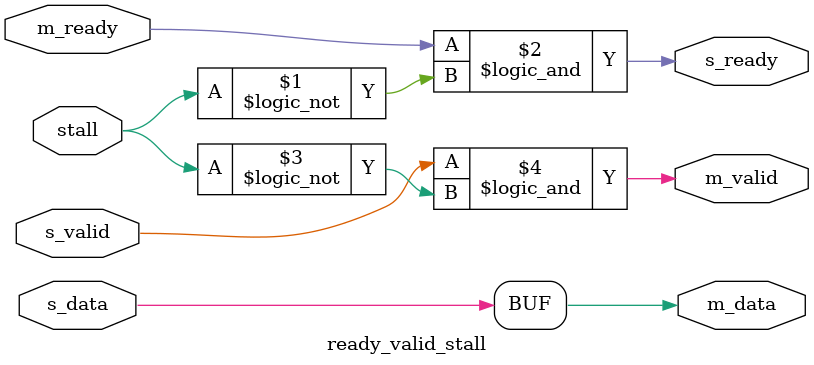
<source format=v>
`timescale 1ns / 1ps
`default_nettype none

module ready_valid_stall #(
    parameter   DATA_WIDTH      = 1,
    parameter   STALL_S         = 1,
    parameter   STALL_M         = 1
)(
    input                           s_valid,
    input       [DATA_WIDTH-1:0]    s_data,
    output                          s_ready,

    output                          m_valid,
    output      [DATA_WIDTH-1:0]    m_data,
    input                           m_ready,

    input                           stall
);

    if (STALL_S)
        assign s_ready = m_ready && !stall;
    else
        assign s_ready = m_ready;

    if (STALL_M)
        assign m_valid = s_valid && !stall;
    else
        assign m_valid = s_valid;

    assign m_data = s_data;

endmodule

</source>
